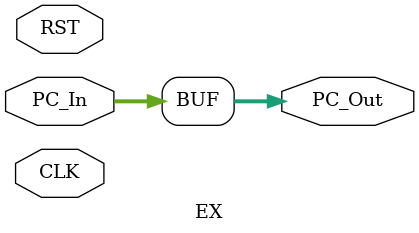
<source format=v>
module EX(
	CLK,
	RST,
	PC_In,
	PC_Out
/* 	Signed_EX_imm_24,
	Branch_Address */
);

	input CLK,RST;
	input [31:0] PC_In;
	output [31:0] PC_Out;

	assign PC_Out = PC_In;
	
/* 	input[23:0] Signed_EX_imm_24;
	output [31:0]Branch_Address; */

endmodule 

</source>
